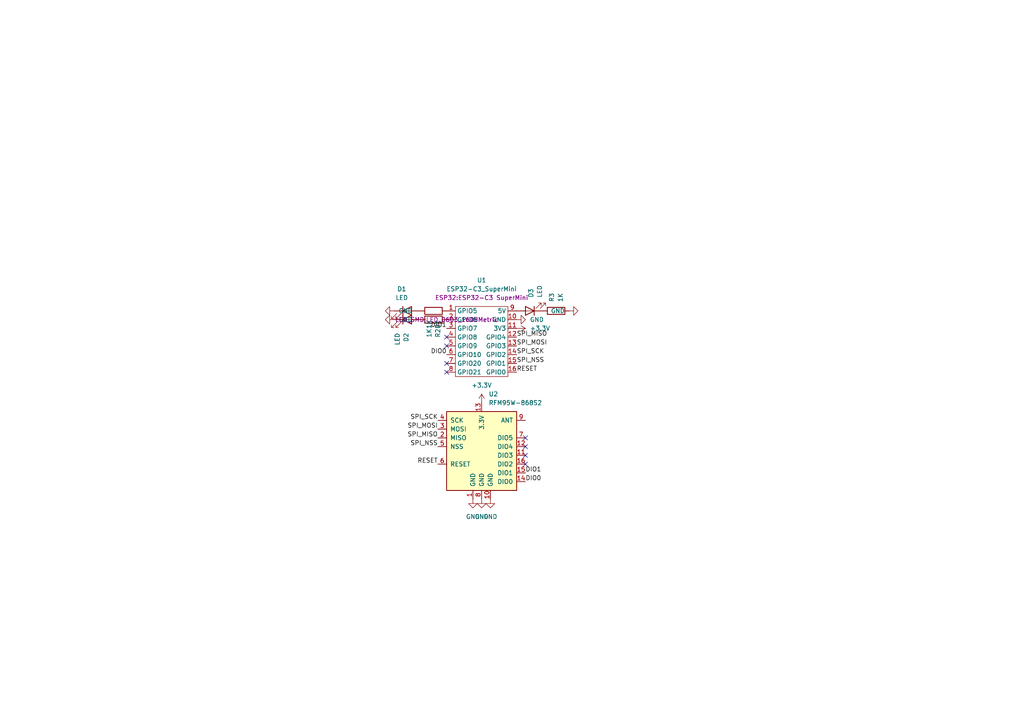
<source format=kicad_sch>
(kicad_sch (version 20211123) (generator eeschema)
  (paper "A4")
  (lib_symbols
    (symbol "Device:LED" (pin_numbers hide) (pin_names (offset 1.016) hide)
      (property "Reference" "D" (at 0 2.54 0))
      (property "Value" "LED" (at 0 -2.54 0))
      (symbol "LED_0_1"
        (polyline (pts (xy -1.27 -1.27) (xy -1.27 1.27)) (stroke (width 0.254)))
        (polyline (pts (xy -1.27 0) (xy 1.27 0)))
        (polyline (pts (xy 1.27 -1.27) (xy 1.27 1.27) (xy -1.27 0) (xy 1.27 -1.27)) (stroke (width 0.254)))
        (polyline (pts (xy -3.048 -0.762) (xy -4.572 -2.286) (xy -3.81 -2.286) (xy -4.572 -2.286) (xy -4.572 -1.524)))
        (polyline (pts (xy -1.778 -0.762) (xy -3.302 -2.286) (xy -2.54 -2.286) (xy -3.302 -2.286) (xy -3.302 -1.524)))
      )
      (symbol "LED_1_1"
        (pin passive line (at -3.81 0 0) (length 2.54) (name "K") (number "1"))
        (pin passive line (at 3.81 0 180) (length 2.54) (name "A") (number "2"))
      )
    )
    (symbol "Device:R" (pin_numbers hide) (pin_names (offset 0))
      (property "Reference" "R" (at 2.032 0 90))
      (property "Value" "R" (at 0 0 90))
      (symbol "R_0_1"
        (rectangle (start -1.016 -2.54) (end 1.016 2.54) (stroke (width 0.254)))
      )
      (symbol "R_1_1"
        (pin passive line (at 0 3.81 270) (length 1.27) (name "~") (number "1"))
        (pin passive line (at 0 -3.81 90) (length 1.27) (name "~") (number "2"))
      )
    )
    (symbol "ESP32:ESP32-C3_SuperMini"
      (property "Reference" "U" (at 0 0 0))
      (property "Value" "ESP32-C3_SuperMini" (at 0 0 0))
      (property "Footprint" "ESP32:ESP32-C3 SuperMini" (at 0 0 0))
      (symbol "ESP32-C3_SuperMini_0_1"
        (rectangle (start -7.62 24.13) (end 7.62 3.81))
      )
      (symbol "ESP32-C3_SuperMini_1_1"
        (pin bidirectional line (at -10.16 22.86 0) (length 2.54) (name "GPIO5") (number "1"))
        (pin power_in line (at 10.16 20.32 180) (length 2.54) (name "GND") (number "10"))
        (pin power_in line (at 10.16 17.78 180) (length 2.54) (name "3V3") (number "11"))
        (pin bidirectional line (at 10.16 15.24 180) (length 2.54) (name "GPIO4") (number "12"))
        (pin bidirectional line (at 10.16 12.7 180) (length 2.54) (name "GPIO3") (number "13"))
        (pin bidirectional line (at 10.16 10.16 180) (length 2.54) (name "GPIO2") (number "14"))
        (pin bidirectional line (at 10.16 7.62 180) (length 2.54) (name "GPIO1") (number "15"))
        (pin bidirectional line (at 10.16 5.08 180) (length 2.54) (name "GPIO0") (number "16"))
        (pin bidirectional line (at -10.16 20.32 0) (length 2.54) (name "GPIO6") (number "2"))
        (pin bidirectional line (at -10.16 17.78 0) (length 2.54) (name "GPIO7") (number "3"))
        (pin bidirectional line (at -10.16 15.24 0) (length 2.54) (name "GPIO8") (number "4"))
        (pin bidirectional line (at -10.16 12.7 0) (length 2.54) (name "GPIO9") (number "5"))
        (pin bidirectional line (at -10.16 10.16 0) (length 2.54) (name "GPIO10") (number "6"))
        (pin bidirectional line (at -10.16 7.62 0) (length 2.54) (name "GPIO20") (number "7"))
        (pin bidirectional line (at -10.16 5.08 0) (length 2.54) (name "GPIO21") (number "8"))
        (pin power_in line (at 10.16 22.86 180) (length 2.54) (name "5V") (number "9"))
      )
    )
    (symbol "RF_Module:RFM95W-868S2" (pin_names (offset 1.016))
      (property "Reference" "U" (at -10.414 11.684 0))
      (property "Value" "RFM95W-868S2" (at 1.524 11.43 0))
      (symbol "RFM95W-868S2_0_1"
        (rectangle (start -10.16 10.16) (end 10.16 -12.7) (stroke (width 0.254)) (fill (type background)))
      )
      (symbol "RFM95W-868S2_1_1"
        (pin power_in line (at -2.54 -15.24 90) (length 2.54) (name "GND") (number "1"))
        (pin power_in line (at 2.54 -15.24 90) (length 2.54) (name "GND") (number "10"))
        (pin bidirectional line (at 12.7 -2.54 180) (length 2.54) (name "DIO3") (number "11"))
        (pin bidirectional line (at 12.7 0 180) (length 2.54) (name "DIO4") (number "12"))
        (pin power_in line (at 0 12.7 270) (length 2.54) (name "3.3V") (number "13"))
        (pin bidirectional line (at 12.7 -10.16 180) (length 2.54) (name "DIO0") (number "14"))
        (pin bidirectional line (at 12.7 -7.62 180) (length 2.54) (name "DIO1") (number "15"))
        (pin bidirectional line (at 12.7 -5.08 180) (length 2.54) (name "DIO2") (number "16"))
        (pin output line (at -12.7 2.54 0) (length 2.54) (name "MISO") (number "2"))
        (pin input line (at -12.7 5.08 0) (length 2.54) (name "MOSI") (number "3"))
        (pin input line (at -12.7 7.62 0) (length 2.54) (name "SCK") (number "4"))
        (pin input line (at -12.7 0 0) (length 2.54) (name "NSS") (number "5"))
        (pin bidirectional line (at -12.7 -5.08 0) (length 2.54) (name "RESET") (number "6"))
        (pin bidirectional line (at 12.7 2.54 180) (length 2.54) (name "DIO5") (number "7"))
        (pin power_in line (at 0 -15.24 90) (length 2.54) (name "GND") (number "8"))
        (pin bidirectional line (at 12.7 7.62 180) (length 2.54) (name "ANT") (number "9"))
      )
    )
    (symbol "power:+3.3V" (power) (pin_names (offset 0))
      (property "Value" "+3.3V" (at 0 3.556 0))
      (symbol "+3.3V_0_1"
        (polyline (pts (xy -0.762 1.27) (xy 0 2.54)))
        (polyline (pts (xy 0 0) (xy 0 2.54)))
        (polyline (pts (xy 0 2.54) (xy 0.762 1.27)))
      )
      (symbol "+3.3V_1_1"
        (pin power_in line (at 0 0 90) (length 0) hide (name "+3.3V") (number "1"))
      )
    )
    (symbol "power:GND" (power) (pin_names (offset 0))
      (property "Value" "GND" (at 0 -3.81 0))
      (symbol "GND_0_1"
        (polyline (pts (xy 0 0) (xy 0 -1.27) (xy 1.27 -1.27) (xy 0 -2.54) (xy -1.27 -1.27) (xy 0 -1.27)))
      )
      (symbol "GND_1_1"
        (pin power_in line (at 0 0 270) (length 0) hide (name "GND") (number "1"))
      )
    )
  )
  (no_connect (at 152.4 127))
  (no_connect (at 129.54 100.33))
  (no_connect (at 129.54 107.95))
  (no_connect (at 152.4 129.54))
  (no_connect (at 129.54 105.41))
  (no_connect (at 152.4 132.08))
  (no_connect (at 152.4 134.62))
  (no_connect (at 129.54 97.79))
  (label "SPI_MISO" (at 149.86 97.79 0))
  (label "SPI_SCK" (at 127 121.92 180))
  (label "SPI_MISO" (at 127 127 180))
  (label "SPI_MOSI" (at 127 124.46 180))
  (label "RESET" (at 127 134.62 180))
  (label "SPI_SCK" (at 149.86 102.87 0))
  (label "DIO1" (at 152.4 137.16 0))
  (label "SPI_NSS" (at 149.86 105.41 0))
  (label "DIO0" (at 152.4 139.7 0))
  (label "DIO1" (at 129.54 95.25 180))
  (label "SPI_MOSI" (at 149.86 100.33 0))
  (label "RESET" (at 149.86 107.95 0))
  (label "SPI_NSS" (at 127 129.54 180))
  (label "DIO0" (at 129.54 102.87 180))
  (symbol (lib_id "power:GND") (at 142.24 144.78 0) (unit 1)
    (property "Reference" "#PWR0103" (effects hide))
    (property "Value" "GND" (at 142.24 149.86 0))
  )
  (symbol (lib_id "power:+3.3V") (at 149.86 95.25 270) (unit 1)
    (property "Reference" "#PWR0105" (effects hide))
    (property "Value" "+3.3V" (at 153.67 95.2499 90) (effects (justify left)))
  )
  (symbol (lib_id "ESP32:ESP32-C3_SuperMini") (at 139.7 113.03 0) (unit 1)
    (property "Reference" "U1" (at 139.7 81.28 0))
    (property "Value" "ESP32-C3_SuperMini" (at 139.7 83.82 0))
    (property "Footprint" "ESP32:ESP32-C3 SuperMini" (at 139.7 86.36 0))
  )
  (symbol (lib_id "RF_Module:RFM95W-868S2") (at 139.7 129.54 0) (unit 1)
    (property "Reference" "U2" (at 141.7194 114.3 0) (effects (justify left)))
    (property "Value" "RFM95W-868S2" (at 141.7194 116.84 0) (effects (justify left)))
    (property "Footprint" "RF_Module:HOPERF_RFM9XW_SMD" (effects hide))
    (property "Datasheet" "https://www.hoperf.com/data/upload/portal/20181127/5bfcbea20e9ef.pdf" (effects hide))
  )
  (symbol (lib_id "power:GND") (at 139.7 144.78 0) (unit 1)
    (property "Reference" "#PWR0102" (effects hide))
    (property "Value" "GND" (at 139.7 149.86 0))
  )
  (symbol (lib_id "power:GND") (at 137.16 144.78 0) (unit 1)
    (property "Reference" "#PWR0101" (effects hide))
    (property "Value" "GND" (at 137.16 149.86 0))
  )
  (symbol (lib_id "Device:LED") (at 153.67 90.17 180) (unit 1)
    (property "Reference" "D3" (at 153.9874 86.36 90) (effects (justify right)))
    (property "Value" "LED" (at 156.5274 86.36 90) (effects (justify right)))
    (property "Footprint" "LED_SMD:LED_0603_1608Metric" (effects hide))
  )
  (symbol (lib_id "power:+3.3V") (at 139.7 116.84 0) (unit 1)
    (property "Reference" "#PWR0104" (effects hide))
    (property "Value" "+3.3V" (at 139.7 111.76 0))
  )
  (symbol (lib_id "power:GND") (at 114.3 90.17 270) (unit 1)
    (property "Reference" "#PWR0109" (effects hide))
    (property "Value" "GND" (at 115.57 90.1699 90) (effects (justify left)))
  )
  (symbol (lib_id "Device:LED") (at 118.11 90.17 0) (unit 1)
    (property "Reference" "D1" (at 116.5225 83.82 0))
    (property "Value" "LED" (at 116.5225 86.36 0))
    (property "Footprint" "LED_SMD:LED_0603_1608Metric" (effects hide))
  )
  (symbol (lib_id "power:GND") (at 114.3 92.71 270) (unit 1)
    (property "Reference" "#PWR0107" (effects hide))
    (property "Value" "GND" (at 115.57 92.7099 90) (effects (justify left)))
  )
  (symbol (lib_id "Device:LED") (at 118.11 92.71 0) (unit 1)
    (property "Reference" "D2" (at 117.7926 96.52 90) (effects (justify right)))
    (property "Value" "LED" (at 115.2526 96.52 90) (effects (justify right)))
    (property "Footprint" "LED_SMD:LED_0603_1608Metric" (at 129.54 92.71 0))
  )
  (symbol (lib_id "power:GND") (at 165.1 90.17 90) (unit 1)
    (property "Reference" "#PWR0108" (effects hide))
    (property "Value" "GND" (at 163.83 90.1701 90) (effects (justify left)))
  )
  (symbol (lib_id "Device:R") (at 125.73 90.17 270) (unit 1)
    (property "Reference" "R1" (at 127.0001 92.71 0) (effects (justify left)))
    (property "Value" "1K" (at 124.4601 92.71 0) (effects (justify left)))
    (property "Footprint" "Resistor_SMD:R_0402_1005Metric" (effects hide))
  )
  (symbol (lib_id "Device:R") (at 161.29 90.17 90) (unit 1)
    (property "Reference" "R3" (at 160.0199 87.63 0) (effects (justify left)))
    (property "Value" "1K" (at 162.5599 87.63 0) (effects (justify left)))
    (property "Footprint" "Resistor_SMD:R_0402_1005Metric" (effects hide))
  )
  (symbol (lib_id "power:GND") (at 149.86 92.71 90) (unit 1)
    (property "Reference" "#PWR0106" (effects hide))
    (property "Value" "GND" (at 153.67 92.7099 90) (effects (justify right)))
  )
  (symbol (lib_id "Device:R") (at 125.73 92.71 270) (unit 1)
    (property "Reference" "R2" (at 127.0001 95.25 0) (effects (justify left)))
    (property "Value" "1K" (at 124.4601 95.25 0) (effects (justify left)))
    (property "Footprint" "Resistor_SMD:R_0402_1005Metric" (effects hide))
  )
)
</source>
